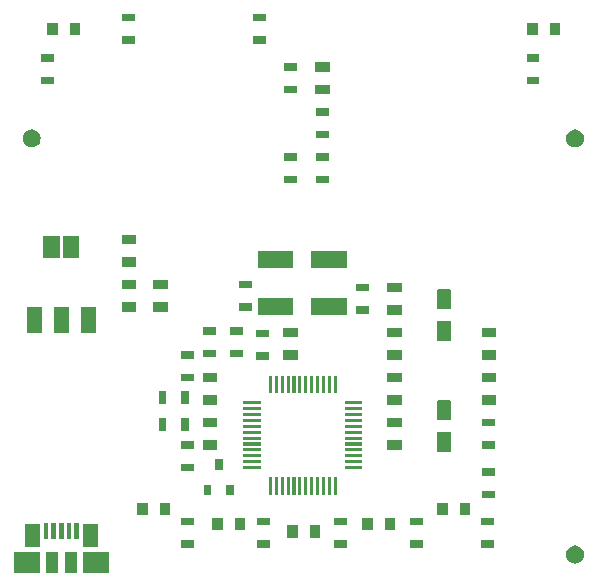
<source format=gtp>
%FSTAX44Y44*%
%MOIN*%
%SFA1B1*%

%IPPOS*%
%LNrpcb6996130008r02-1*%
%LPD*%
G36*
X00031482Y00029659D02*
X00030903D01*
Y00029762*
X00031482*
Y00029659*
G37*
G36*
X00034436Y00029872D02*
X00034396Y00029833D01*
X00034003*
X00033963Y00029872*
Y00030502*
X00034436*
Y00029872*
G37*
G36*
X00028096Y00029659D02*
X00027517D01*
Y00029762*
X00028096*
Y00029659*
G37*
G36*
Y00029463D02*
X00027517D01*
Y00029565*
X00028096*
Y00029463*
G37*
G36*
X00031482D02*
X00030903D01*
Y00029565*
X00031482*
Y00029463*
G37*
G36*
X00032788Y00029916D02*
X00032311D01*
Y00030235*
X00032788*
Y00029916*
G37*
G36*
X00025862Y00029949D02*
X00025437D01*
Y00030198*
X00025862*
Y00029949*
G37*
G36*
X00026638Y00029916D02*
X00026161D01*
Y00030235*
X00026638*
Y00029916*
G37*
G36*
X00028096Y00029856D02*
X00027517D01*
Y00029959*
X00028096*
Y00029856*
G37*
G36*
X00031482D02*
X00030903D01*
Y00029959*
X00031482*
Y00029856*
G37*
G36*
X00030437Y00028417D02*
X00030334D01*
Y00028996*
X00030437*
Y00028417*
G37*
G36*
X00030633D02*
X00030531D01*
Y00028996*
X00030633*
Y00028417*
G37*
G36*
X0003024D02*
X00030137D01*
Y00028996*
X0003024*
Y00028417*
G37*
G36*
X00029846D02*
X00029744D01*
Y00028996*
X00029846*
Y00028417*
G37*
G36*
X00030043D02*
X00029941D01*
Y00028996*
X00030043*
Y00028417*
G37*
G36*
X00028096Y00029266D02*
X00027517D01*
Y00029368*
X00028096*
Y00029266*
G37*
G36*
X00031482D02*
X00030903D01*
Y00029368*
X00031482*
Y00029266*
G37*
G36*
X00026822Y00029246D02*
X00026578D01*
Y00029604*
X00026822*
Y00029246*
G37*
G36*
X00035912Y00029049D02*
X00035487D01*
Y00029298*
X00035912*
Y00029049*
G37*
G36*
X00025862Y00029201D02*
X00025437D01*
Y0002945*
X00025862*
Y00029201*
G37*
G36*
X00035912Y00029951D02*
X00035487D01*
Y000302*
X00035912*
Y00029951*
G37*
G36*
X00028096Y00030841D02*
X00027517D01*
Y00030943*
X00028096*
Y00030841*
G37*
G36*
X00031482D02*
X00030903D01*
Y00030943*
X00031482*
Y00030841*
G37*
G36*
X00035912Y00030699D02*
X00035487D01*
Y00030948*
X00035912*
Y00030699*
G37*
G36*
X00026638Y00030664D02*
X00026161D01*
Y00030983*
X00026638*
Y00030664*
G37*
G36*
X00032788D02*
X00032311D01*
Y00030983*
X00032788*
Y00030664*
G37*
G36*
X00028096Y00031234D02*
X00027517D01*
Y00031337*
X00028096*
Y00031234*
G37*
G36*
X00031482D02*
X00030903D01*
Y00031337*
X00031482*
Y00031234*
G37*
G36*
Y00031037D02*
X00030903D01*
Y0003114*
X00031482*
Y00031037*
G37*
G36*
X00034436Y00031526D02*
Y00030896D01*
X00033963*
Y00031526*
X00034003Y00031565*
X00034396*
X00034436Y00031526*
G37*
G36*
X00028096Y00031037D02*
X00027517D01*
Y0003114*
X00028096*
Y00031037*
G37*
G36*
X00031482Y0003025D02*
X00030903D01*
Y00030352*
X00031482*
Y0003025*
G37*
G36*
X00028096Y00030447D02*
X00027517D01*
Y00030549*
X00028096*
Y00030447*
G37*
G36*
Y0003025D02*
X00027517D01*
Y00030352*
X00028096*
Y0003025*
G37*
G36*
Y00030053D02*
X00027517D01*
Y00030155*
X00028096*
Y00030053*
G37*
G36*
X00031482D02*
X00030903D01*
Y00030155*
X00031482*
Y00030053*
G37*
G36*
X00028096Y00030644D02*
X00027517D01*
Y00030746*
X00028096*
Y00030644*
G37*
G36*
X00031482D02*
X00030903D01*
Y00030746*
X00031482*
Y00030644*
G37*
G36*
X00025698Y00030547D02*
X00025449D01*
Y00030972*
X00025698*
Y00030547*
G37*
G36*
X00031482Y00030447D02*
X00030903D01*
Y00030549*
X00031482*
Y00030447*
G37*
G36*
X0002495Y00030547D02*
X00024701D01*
Y00030972*
X0002495*
Y00030547*
G37*
G36*
X00029649Y00028417D02*
X00029547D01*
Y00028996*
X00029649*
Y00028417*
G37*
G36*
X00021275Y00026939D02*
X00021116D01*
Y00027462*
X00021275*
Y00026939*
G37*
G36*
X00021531D02*
X00021372D01*
Y00027462*
X00021531*
Y00026939*
G37*
G36*
X00021019D02*
X0002086D01*
Y00027462*
X00021019*
Y00026939*
G37*
G36*
X00020745Y00026675D02*
X00020233D01*
Y00027442*
X00020745*
Y00026675*
G37*
G36*
X0002267D02*
X00022158D01*
Y00027442*
X0002267*
Y00026675*
G37*
G36*
X00030079Y0002697D02*
X00029724D01*
Y00027395*
X00030079*
Y0002697*
G37*
G36*
X00026831Y0002722D02*
X00026476D01*
Y00027645*
X00026831*
Y0002722*
G37*
G36*
X00029331Y0002697D02*
X00028976D01*
Y00027395*
X00029331*
Y0002697*
G37*
G36*
X00021787Y00026939D02*
X00021628D01*
Y00027462*
X00021787*
Y00026939*
G37*
G36*
X00022043D02*
X00021883D01*
Y00027462*
X00022043*
Y00026939*
G37*
G36*
X00023028Y00025816D02*
X0002217D01*
Y0002649*
X00023028*
Y00025816*
G37*
G36*
X00038648Y00026712D02*
X00038721Y00026682D01*
X00038784Y00026634*
X00038832Y00026571*
X00038862Y00026498*
X00038872Y0002642*
X00038862Y00026341*
X00038832Y00026268*
X00038784Y00026206*
X00038721Y00026157*
X00038648Y00026127*
X0003857Y00026117*
X00038491Y00026127*
X00038418Y00026157*
X00038356Y00026206*
X00038308Y00026268*
X00038277Y00026341*
X00038267Y0002642*
X00038277Y00026498*
X00038308Y00026571*
X00038356Y00026634*
X00038418Y00026682*
X00038491Y00026712*
X0003857Y00026722*
X00038648Y00026712*
G37*
G36*
X00020737Y00025816D02*
X00019879D01*
Y0002649*
X00020737*
Y00025816*
G37*
G36*
X00021329Y00025803D02*
X00020924D01*
Y00026503*
X00021329*
Y00025803*
G37*
G36*
X00021979D02*
X00021574D01*
Y00026503*
X00021979*
Y00025803*
G37*
G36*
X00033512Y00026651D02*
X00033087D01*
Y000269*
X00033512*
Y00026651*
G37*
G36*
X00035862D02*
X00035437D01*
Y000269*
X00035862*
Y00026651*
G37*
G36*
X00030962D02*
X00030537D01*
Y000269*
X00030962*
Y00026651*
G37*
G36*
X00025862D02*
X00025437D01*
Y000269*
X00025862*
Y00026651*
G37*
G36*
X00028412D02*
X00027987D01*
Y000269*
X00028412*
Y00026651*
G37*
G36*
X00027579Y0002722D02*
X00027224D01*
Y00027645*
X00027579*
Y0002722*
G37*
G36*
X00027196Y00028395D02*
X00026952D01*
Y00028753*
X00027196*
Y00028395*
G37*
G36*
X00028468Y00028417D02*
X00028366D01*
Y00028996*
X00028468*
Y00028417*
G37*
G36*
X00026448Y00028395D02*
X00026204D01*
Y00028753*
X00026448*
Y00028395*
G37*
G36*
X00035079Y0002772D02*
X00034724D01*
Y00028145*
X00035079*
Y0002772*
G37*
G36*
X00035912Y00028301D02*
X00035487D01*
Y0002855*
X00035912*
Y00028301*
G37*
G36*
X00029255Y00028417D02*
X00029153D01*
Y00028996*
X00029255*
Y00028417*
G37*
G36*
X00029452D02*
X0002935D01*
Y00028996*
X00029452*
Y00028417*
G37*
G36*
X00029059D02*
X00028956D01*
Y00028996*
X00029059*
Y00028417*
G37*
G36*
X00028665D02*
X00028563D01*
Y00028996*
X00028665*
Y00028417*
G37*
G36*
X00028862D02*
X00028759D01*
Y00028996*
X00028862*
Y00028417*
G37*
G36*
X00028412Y00027399D02*
X00027987D01*
Y00027648*
X00028412*
Y00027399*
G37*
G36*
X00030962D02*
X00030537D01*
Y00027648*
X00030962*
Y00027399*
G37*
G36*
X00025862D02*
X00025437D01*
Y00027648*
X00025862*
Y00027399*
G37*
G36*
X00031831Y0002722D02*
X00031476D01*
Y00027645*
X00031831*
Y0002722*
G37*
G36*
X00032579D02*
X00032224D01*
Y00027645*
X00032579*
Y0002722*
G37*
G36*
X00025079Y0002772D02*
X00024724D01*
Y00028145*
X00025079*
Y0002772*
G37*
G36*
X00034331D02*
X00033976D01*
Y00028145*
X00034331*
Y0002772*
G37*
G36*
X00024331D02*
X00023976D01*
Y00028145*
X00024331*
Y0002772*
G37*
G36*
X00033512Y00027399D02*
X00033087D01*
Y00027648*
X00033512*
Y00027399*
G37*
G36*
X00035862D02*
X00035437D01*
Y00027648*
X00035862*
Y00027399*
G37*
G36*
X00023938Y00036016D02*
X00023461D01*
Y00036335*
X00023938*
Y00036016*
G37*
G36*
X000214Y000363D02*
X0002085D01*
Y0003705*
X000214*
Y000363*
G37*
G36*
X0003096Y00035984D02*
X00029779D01*
Y00036535*
X0003096*
Y00035984*
G37*
G36*
X00027812Y00035299D02*
X00027387D01*
Y00035548*
X00027812*
Y00035299*
G37*
G36*
X00029185Y00035984D02*
X00028004D01*
Y00036535*
X00029185*
Y00035984*
G37*
G36*
X00030362Y00038801D02*
X00029937D01*
Y0003905*
X00030362*
Y00038801*
G37*
G36*
X00029312Y00039549D02*
X00028887D01*
Y00039798*
X00029312*
Y00039549*
G37*
G36*
Y00038801D02*
X00028887D01*
Y0003905*
X00029312*
Y00038801*
G37*
G36*
X0002205Y000363D02*
X000215D01*
Y0003705*
X0002205*
Y000363*
G37*
G36*
X00023938Y00036764D02*
X00023461D01*
Y00037083*
X00023938*
Y00036764*
G37*
G36*
X00024988Y00034516D02*
X00024511D01*
Y00034835*
X00024988*
Y00034516*
G37*
G36*
X00027812Y00034551D02*
X00027387D01*
Y000348*
X00027812*
Y00034551*
G37*
G36*
X00023938Y00034516D02*
X00023461D01*
Y00034835*
X00023938*
Y00034516*
G37*
G36*
X00032788Y00034416D02*
X00032311D01*
Y00034735*
X00032788*
Y00034416*
G37*
G36*
X00031712Y00034451D02*
X00031287D01*
Y000347*
X00031712*
Y00034451*
G37*
G36*
X00023938Y00035264D02*
X00023461D01*
Y00035583*
X00023938*
Y00035264*
G37*
G36*
X00024988D02*
X00024511D01*
Y00035583*
X00024988*
Y00035264*
G37*
G36*
X00031712Y00035199D02*
X00031287D01*
Y00035448*
X00031712*
Y00035199*
G37*
G36*
X00034436Y00035227D02*
Y00034597D01*
X00033963*
Y00035227*
X00034003Y00035266*
X00034396*
X00034436Y00035227*
G37*
G36*
X00032788Y00035164D02*
X00032311D01*
Y00035483*
X00032788*
Y00035164*
G37*
G36*
X00030362Y00039549D02*
X00029937D01*
Y00039798*
X00030362*
Y00039549*
G37*
G36*
X00028262Y00043451D02*
X00027837D01*
Y000437*
X00028262*
Y00043451*
G37*
G36*
X00021331Y0004372D02*
X00020976D01*
Y00044145*
X00021331*
Y0004372*
G37*
G36*
X00023912Y00043451D02*
X00023487D01*
Y000437*
X00023912*
Y00043451*
G37*
G36*
X00021212Y00042849D02*
X00020787D01*
Y00043098*
X00021212*
Y00042849*
G37*
G36*
X00037382D02*
X00036957D01*
Y00043098*
X00037382*
Y00042849*
G37*
G36*
X00023912Y00044199D02*
X00023487D01*
Y00044448*
X00023912*
Y00044199*
G37*
G36*
X00028262D02*
X00027837D01*
Y00044448*
X00028262*
Y00044199*
G37*
G36*
X00038079Y0004372D02*
X00037724D01*
Y00044145*
X00038079*
Y0004372*
G37*
G36*
X00022079D02*
X00021724D01*
Y00044145*
X00022079*
Y0004372*
G37*
G36*
X00037331D02*
X00036976D01*
Y00044145*
X00037331*
Y0004372*
G37*
G36*
X00030362Y00041049D02*
X00029937D01*
Y00041298*
X00030362*
Y00041049*
G37*
G36*
X00030388Y00041766D02*
X00029911D01*
Y00042085*
X00030388*
Y00041766*
G37*
G36*
X00030362Y00040301D02*
X00029937D01*
Y0004055*
X00030362*
Y00040301*
G37*
G36*
X00020538Y00040582D02*
X00020611Y00040552D01*
X00020674Y00040504*
X00020722Y00040441*
X00020752Y00040368*
X00020762Y0004029*
X00020752Y00040211*
X00020722Y00040138*
X00020674Y00040076*
X00020611Y00040028*
X00020538Y00039997*
X0002046Y00039987*
X00020381Y00039997*
X00020308Y00040028*
X00020246Y00040076*
X00020197Y00040138*
X00020167Y00040211*
X00020157Y0004029*
X00020167Y00040368*
X00020197Y00040441*
X00020246Y00040504*
X00020308Y00040552*
X00020381Y00040582*
X0002046Y00040592*
X00020538Y00040582*
G37*
G36*
X00038648D02*
X00038721Y00040552D01*
X00038784Y00040504*
X00038832Y00040441*
X00038862Y00040368*
X00038872Y0004029*
X00038862Y00040211*
X00038832Y00040138*
X00038784Y00040076*
X00038721Y00040028*
X00038648Y00039997*
X0003857Y00039987*
X00038491Y00039997*
X00038418Y00040028*
X00038356Y00040076*
X00038308Y00040138*
X00038277Y00040211*
X00038267Y0004029*
X00038277Y00040368*
X00038308Y00040441*
X00038356Y00040504*
X00038418Y00040552*
X00038491Y00040582*
X0003857Y00040592*
X00038648Y00040582*
G37*
G36*
X00030388Y00042514D02*
X00029911D01*
Y00042833*
X00030388*
Y00042514*
G37*
G36*
X00029312Y00042549D02*
X00028887D01*
Y00042798*
X00029312*
Y00042549*
G37*
G36*
X00037382Y00042101D02*
X00036957D01*
Y0004235*
X00037382*
Y00042101*
G37*
G36*
X00029312Y00041801D02*
X00028887D01*
Y0004205*
X00029312*
Y00041801*
G37*
G36*
X00021212Y00042101D02*
X00020787D01*
Y0004235*
X00021212*
Y00042101*
G37*
G36*
X0003096Y00034414D02*
X00029779D01*
Y00034965*
X0003096*
Y00034414*
G37*
G36*
X00029649Y00031803D02*
X00029547D01*
Y00032382*
X00029649*
Y00031803*
G37*
G36*
X00029846D02*
X00029744D01*
Y00032382*
X00029846*
Y00031803*
G37*
G36*
X00029452D02*
X0002935D01*
Y00032382*
X00029452*
Y00031803*
G37*
G36*
X00029059D02*
X00028956D01*
Y00032382*
X00029059*
Y00031803*
G37*
G36*
X00029255D02*
X00029153D01*
Y00032382*
X00029255*
Y00031803*
G37*
G36*
X00030633D02*
X00030531D01*
Y00032382*
X00030633*
Y00031803*
G37*
G36*
X00026638Y00032164D02*
X00026161D01*
Y00032483*
X00026638*
Y00032164*
G37*
G36*
X00030437Y00031803D02*
X00030334D01*
Y00032382*
X00030437*
Y00031803*
G37*
G36*
X00030043D02*
X00029941D01*
Y00032382*
X00030043*
Y00031803*
G37*
G36*
X0003024D02*
X00030137D01*
Y00032382*
X0003024*
Y00031803*
G37*
G36*
X00028096Y00031431D02*
X00027517D01*
Y00031533*
X00028096*
Y00031431*
G37*
G36*
X00031482D02*
X00030903D01*
Y00031533*
X00031482*
Y00031431*
G37*
G36*
X00035938Y00031416D02*
X00035461D01*
Y00031735*
X00035938*
Y00031416*
G37*
G36*
X00026638D02*
X00026161D01*
Y00031735*
X00026638*
Y00031416*
G37*
G36*
X00032788D02*
X00032311D01*
Y00031735*
X00032788*
Y00031416*
G37*
G36*
X00028665Y00031803D02*
X00028563D01*
Y00032382*
X00028665*
Y00031803*
G37*
G36*
X00028862D02*
X00028759D01*
Y00032382*
X00028862*
Y00031803*
G37*
G36*
X00028468D02*
X00028366D01*
Y00032382*
X00028468*
Y00031803*
G37*
G36*
X0002495Y00031437D02*
X00024701D01*
Y00031862*
X0002495*
Y00031437*
G37*
G36*
X00025698D02*
X00025449D01*
Y00031862*
X00025698*
Y00031437*
G37*
G36*
X00032788Y00032164D02*
X00032311D01*
Y00032483*
X00032788*
Y00032164*
G37*
G36*
X00035938Y00033664D02*
X00035461D01*
Y00033983*
X00035938*
Y00033664*
G37*
G36*
X00026612Y00033749D02*
X00026187D01*
Y00033998*
X00026612*
Y00033749*
G37*
G36*
X00032788Y00033664D02*
X00032311D01*
Y00033983*
X00032788*
Y00033664*
G37*
G36*
X00028362Y00033659D02*
X00027937D01*
Y00033908*
X00028362*
Y00033659*
G37*
G36*
X00029328Y00033664D02*
X00028851D01*
Y00033983*
X00029328*
Y00033664*
G37*
G36*
X000226Y00033805D02*
X00022103D01*
Y0003466*
X000226*
Y00033805*
G37*
G36*
X00029185Y00034414D02*
X00028004D01*
Y00034965*
X00029185*
Y00034414*
G37*
G36*
X00021694Y00033805D02*
X00021198D01*
Y0003466*
X00021694*
Y00033805*
G37*
G36*
X00027512Y00033749D02*
X00027087D01*
Y00033998*
X00027512*
Y00033749*
G37*
G36*
X00020789Y00033805D02*
X00020292D01*
Y0003466*
X00020789*
Y00033805*
G37*
G36*
X00029328Y00032916D02*
X00028851D01*
Y00033235*
X00029328*
Y00032916*
G37*
G36*
X00032788D02*
X00032311D01*
Y00033235*
X00032788*
Y00032916*
G37*
G36*
X00028362Y00032911D02*
X00027937D01*
Y0003316*
X00028362*
Y00032911*
G37*
G36*
X00035938Y00032164D02*
X00035461D01*
Y00032483*
X00035938*
Y00032164*
G37*
G36*
X00025862Y00032201D02*
X00025437D01*
Y0003245*
X00025862*
Y00032201*
G37*
G36*
X00027512Y00033001D02*
X00027087D01*
Y0003325*
X00027512*
Y00033001*
G37*
G36*
X00034436Y00033573D02*
X00034396Y00033534D01*
X00034003*
X00033963Y00033573*
Y00034203*
X00034436*
Y00033573*
G37*
G36*
X00026612Y00033001D02*
X00026187D01*
Y0003325*
X00026612*
Y00033001*
G37*
G36*
X00035938Y00032916D02*
X00035461D01*
Y00033235*
X00035938*
Y00032916*
G37*
G36*
X00025862Y00032949D02*
X00025437D01*
Y00033198*
X00025862*
Y00032949*
G37*
M02*
</source>
